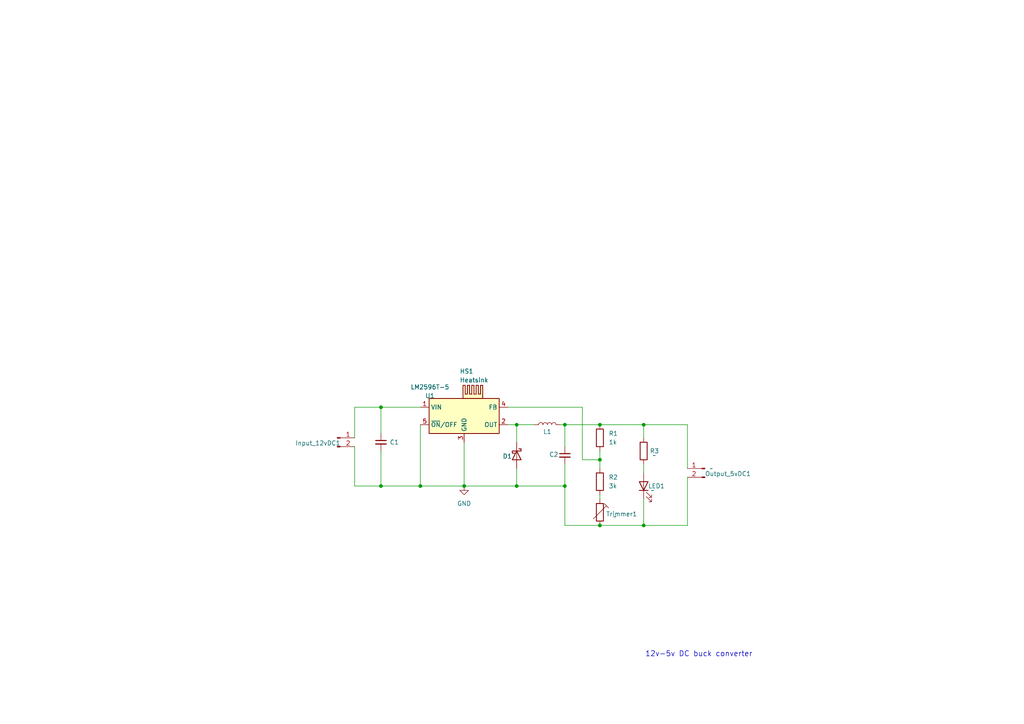
<source format=kicad_sch>
(kicad_sch (version 20250114) (generator "eeschema") (generator_version "9.0")
  (paper "A4")
  (lib_symbols
    (symbol "Connector:Conn_01x02_Pin" (pin_names (offset 1.016) (hide yes))
      (property "Reference" "J" (at 0 2.54 0))
      (property "Value" "Conn_01x02_Pin" (at 0 -5.08 0))
      (symbol "Conn_01x02_Pin_1_1"
        (rectangle (start 0.8636 0.127) (end 0 -0.127) (stroke (width 0.1524)) (fill (type outline)))
        (rectangle (start 0.8636 -2.413) (end 0 -2.667) (stroke (width 0.1524)) (fill (type outline)))
        (polyline (pts (xy 1.27 0) (xy 0.8636 0)) (stroke (width 0.1524)))
        (polyline (pts (xy 1.27 -2.54) (xy 0.8636 -2.54)) (stroke (width 0.1524)))
        (pin passive line (at 5.08 0 180) (length 3.81) (name "Pin_1") (number "1"))
        (pin passive line (at 5.08 -2.54 180) (length 3.81) (name "Pin_2") (number "2"))
      )
    )
    (symbol "Device:C_Small" (pin_numbers (hide yes)) (pin_names (offset 0.254) (hide yes))
      (property "Reference" "C" (at 0.254 1.778 0))
      (property "Value" "C_Small" (at 0.254 -2.032 0))
      (symbol "C_Small_0_1"
        (polyline (pts (xy -1.524 0.508) (xy 1.524 0.508)) (stroke (width 0.3048)))
        (polyline (pts (xy -1.524 -0.508) (xy 1.524 -0.508)) (stroke (width 0.3302)))
      )
      (symbol "C_Small_1_1"
        (pin passive line (at 0 2.54 270) (length 2.032) (name "~") (number "1"))
        (pin passive line (at 0 -2.54 90) (length 2.032) (name "~") (number "2"))
      )
    )
    (symbol "Device:L" (pin_numbers (hide yes)) (pin_names (offset 1.016) (hide yes))
      (property "Reference" "L" (at -1.27 0 90))
      (property "Value" "L" (at 1.905 0 90))
      (symbol "L_0_1"
        (arc (start 0 2.54) (mid 0.6323 1.905) (end 0 1.27))
        (arc (start 0 1.27) (mid 0.6323 0.635) (end 0 0))
        (arc (start 0 0) (mid 0.6323 -0.635) (end 0 -1.27))
        (arc (start 0 -1.27) (mid 0.6323 -1.905) (end 0 -2.54))
      )
      (symbol "L_1_1"
        (pin passive line (at 0 3.81 270) (length 1.27) (name "1") (number "1"))
        (pin passive line (at 0 -3.81 90) (length 1.27) (name "2") (number "2"))
      )
    )
    (symbol "Device:LED" (pin_numbers (hide yes)) (pin_names (offset 1.016) (hide yes))
      (property "Reference" "D" (at 0 2.54 0))
      (property "Value" "LED" (at 0 -2.54 0))
      (symbol "LED_0_1"
        (polyline (pts (xy -3.048 -0.762) (xy -4.572 -2.286) (xy -3.81 -2.286) (xy -4.572 -2.286) (xy -4.572 -1.524)))
        (polyline (pts (xy -1.778 -0.762) (xy -3.302 -2.286) (xy -2.54 -2.286) (xy -3.302 -2.286) (xy -3.302 -1.524)))
        (polyline (pts (xy -1.27 0) (xy 1.27 0)))
        (polyline (pts (xy -1.27 -1.27) (xy -1.27 1.27)) (stroke (width 0.254)))
        (polyline (pts (xy 1.27 -1.27) (xy 1.27 1.27) (xy -1.27 0) (xy 1.27 -1.27)) (stroke (width 0.254)))
      )
      (symbol "LED_1_1"
        (pin passive line (at -3.81 0 0) (length 2.54) (name "K") (number "1"))
        (pin passive line (at 3.81 0 180) (length 2.54) (name "A") (number "2"))
      )
    )
    (symbol "Device:R" (pin_numbers (hide yes)) (pin_names (offset 0))
      (property "Reference" "R" (at 2.032 0 90))
      (property "Value" "R" (at 0 0 90))
      (symbol "R_0_1"
        (rectangle (start -1.016 -2.54) (end 1.016 2.54) (stroke (width 0.254)))
      )
      (symbol "R_1_1"
        (pin passive line (at 0 3.81 270) (length 1.27) (name "~") (number "1"))
        (pin passive line (at 0 -3.81 90) (length 1.27) (name "~") (number "2"))
      )
    )
    (symbol "Device:R_Trim" (pin_numbers (hide yes)) (pin_names (offset 0))
      (property "Reference" "R" (at 2.54 -2.54 90))
      (property "Value" "R_Trim" (at -2.54 -0.635 90))
      (symbol "R_Trim_0_1"
        (polyline (pts (xy -1.905 -1.905) (xy 1.905 1.905) (xy 2.54 1.27) (xy 1.27 2.54)))
        (rectangle (start -1.016 -2.54) (end 1.016 2.54) (stroke (width 0.254)))
      )
      (symbol "R_Trim_1_1"
        (pin passive line (at 0 3.81 270) (length 1.27) (name "~") (number "1"))
        (pin passive line (at 0 -3.81 90) (length 1.27) (name "~") (number "2"))
      )
    )
    (symbol "Diode:SB120" (pin_numbers (hide yes)) (pin_names (offset 1.016) (hide yes))
      (property "Reference" "D" (at 0 2.54 0))
      (property "Value" "SB120" (at 0 -2.54 0))
      (symbol "SB120_0_1"
        (polyline (pts (xy -1.905 0.635) (xy -1.905 1.27) (xy -1.27 1.27) (xy -1.27 -1.27) (xy -0.635 -1.27) (xy -0.635 -0.635)) (stroke (width 0.254)))
        (polyline (pts (xy 1.27 1.27) (xy 1.27 -1.27) (xy -1.27 0) (xy 1.27 1.27)) (stroke (width 0.254)))
        (polyline (pts (xy 1.27 0) (xy -1.27 0)))
      )
      (symbol "SB120_1_1"
        (pin passive line (at -3.81 0 0) (length 2.54) (name "K") (number "1"))
        (pin passive line (at 3.81 0 180) (length 2.54) (name "A") (number "2"))
      )
    )
    (symbol "Mechanical:Heatsink" (pin_names (offset 1.016))
      (property "Reference" "HS" (at 0 5.08 0))
      (property "Value" "Heatsink" (at 0 -1.27 0))
      (symbol "Heatsink_0_1"
        (polyline (pts (xy -0.3302 1.27) (xy -0.9652 1.27) (xy -0.9652 3.81) (xy -1.6002 3.81) (xy -1.6002 1.27) (xy -2.2352 1.27) (xy -2.2352 3.81) (xy -2.8702 3.81) (xy -2.8702 0) (xy -0.9652 0)) (stroke (width 0.254)) (fill (type background)))
        (polyline (pts (xy -0.3302 1.27) (xy -0.3302 3.81) (xy 0.3048 3.81) (xy 0.3048 1.27) (xy 0.9398 1.27) (xy 0.9398 3.81) (xy 1.5748 3.81) (xy 1.5748 1.27) (xy 2.2098 1.27) (xy 2.2098 3.81) (xy 2.8448 3.81) (xy 2.8448 0) (xy -0.9652 0)) (stroke (width 0.254)) (fill (type background)))
      )
    )
    (symbol "Regulator_Switching:LM2596T-5"
      (property "Reference" "U" (at -10.16 6.35 0))
      (property "Value" "LM2596T-5" (at 0 6.35 0))
      (symbol "LM2596T-5_0_1"
        (rectangle (start -10.16 5.08) (end 10.16 -5.08) (stroke (width 0.254)) (fill (type background)))
      )
      (symbol "LM2596T-5_1_1"
        (pin power_in line (at -12.7 2.54 0) (length 2.54) (name "VIN") (number "1"))
        (pin input line (at -12.7 -2.54 0) (length 2.54) (name "~{ON}/OFF") (number "5"))
        (pin power_in line (at 0 -7.62 90) (length 2.54) (name "GND") (number "3"))
        (pin input line (at 12.7 2.54 180) (length 2.54) (name "FB") (number "4"))
        (pin output line (at 12.7 -2.54 180) (length 2.54) (name "OUT") (number "2"))
      )
    )
    (symbol "power:GND" (power) (pin_numbers (hide yes)) (pin_names (offset 0) (hide yes))
      (property "Value" "GND" (at 0 -3.81 0))
      (symbol "GND_0_1"
        (polyline (pts (xy 0 0) (xy 0 -1.27) (xy 1.27 -1.27) (xy 0 -2.54) (xy -1.27 -1.27) (xy 0 -1.27)))
      )
      (symbol "GND_1_1"
        (pin power_in line (at 0 0 270) (length 0) (name "~") (number "1"))
      )
    )
  )
  (text "12v-5v DC buck converter\n\n" (at 202.692 191.008 0) (effects (font (size 1.524 1.524))))
  (junction (at 186.69 152.4))
  (junction (at 163.83 140.97))
  (junction (at 163.83 123.19))
  (junction (at 173.99 123.19))
  (junction (at 110.49 140.97))
  (junction (at 134.62 140.97))
  (junction (at 121.92 140.97))
  (junction (at 173.99 133.35))
  (junction (at 186.69 123.19))
  (junction (at 173.99 152.4))
  (junction (at 110.49 118.11))
  (junction (at 149.86 140.97))
  (junction (at 149.86 123.19))
  (wire (pts (xy 110.49 130.81) (xy 110.49 140.97)))
  (wire (pts (xy 163.83 152.4) (xy 173.99 152.4)))
  (wire (pts (xy 162.56 123.19) (xy 163.83 123.19)))
  (wire (pts (xy 173.99 133.35) (xy 168.91 133.35)))
  (wire (pts (xy 199.39 138.43) (xy 199.39 152.4)))
  (wire (pts (xy 199.39 123.19) (xy 199.39 135.89)))
  (wire (pts (xy 134.62 140.97) (xy 149.86 140.97)))
  (wire (pts (xy 149.86 123.19) (xy 154.94 123.19)))
  (wire (pts (xy 199.39 152.4) (xy 186.69 152.4)))
  (wire (pts (xy 134.62 140.97) (xy 134.62 128.27)))
  (wire (pts (xy 163.83 152.4) (xy 163.83 140.97)))
  (wire (pts (xy 121.92 140.97) (xy 134.62 140.97)))
  (wire (pts (xy 149.86 128.27) (xy 149.86 123.19)))
  (wire (pts (xy 173.99 152.4) (xy 186.69 152.4)))
  (wire (pts (xy 121.92 123.19) (xy 121.92 140.97)))
  (wire (pts (xy 186.69 123.19) (xy 186.69 127)))
  (wire (pts (xy 102.87 127) (xy 102.87 118.11)))
  (wire (pts (xy 186.69 123.19) (xy 199.39 123.19)))
  (wire (pts (xy 102.87 118.11) (xy 110.49 118.11)))
  (wire (pts (xy 110.49 118.11) (xy 121.92 118.11)))
  (wire (pts (xy 163.83 123.19) (xy 173.99 123.19)))
  (wire (pts (xy 173.99 130.81) (xy 173.99 133.35)))
  (wire (pts (xy 168.91 118.11) (xy 147.32 118.11)))
  (wire (pts (xy 173.99 133.35) (xy 173.99 135.89)))
  (wire (pts (xy 173.99 123.19) (xy 186.69 123.19)))
  (wire (pts (xy 163.83 129.54) (xy 163.83 123.19)))
  (wire (pts (xy 110.49 140.97) (xy 121.92 140.97)))
  (wire (pts (xy 149.86 135.89) (xy 149.86 140.97)))
  (wire (pts (xy 186.69 134.62) (xy 186.69 137.16)))
  (wire (pts (xy 173.99 143.51) (xy 173.99 144.78)))
  (wire (pts (xy 110.49 118.11) (xy 110.49 125.73)))
  (wire (pts (xy 102.87 129.54) (xy 102.87 140.97)))
  (wire (pts (xy 102.87 140.97) (xy 110.49 140.97)))
  (wire (pts (xy 186.69 144.78) (xy 186.69 152.4)))
  (wire (pts (xy 149.86 140.97) (xy 163.83 140.97)))
  (wire (pts (xy 163.83 134.62) (xy 163.83 140.97)))
  (wire (pts (xy 168.91 133.35) (xy 168.91 118.11)))
  (wire (pts (xy 147.32 123.19) (xy 149.86 123.19)))
  (symbol (lib_id "Device:R") (at 173.99 127 0) (unit 1)
    (property "Reference" "R1" (at 176.53 125.7299 0) (effects (justify left)))
    (property "Value" "1k" (at 176.53 128.2699 0) (effects (justify left)))
    (property "Footprint" "Resistor_THT:R_Axial_DIN0207_L6.3mm_D2.5mm_P10.16mm_Horizontal" (effects (hide yes)))
    (property "Description" "Resistor" (effects (hide yes)))
  )
  (symbol (lib_id "Mechanical:Heatsink") (at 137.16 115.57 0) (unit 1)
    (property "Reference" "HS1" (at 133.35 107.696 0) (effects (justify left)))
    (property "Value" "Heatsink" (at 133.35 110.236 0) (effects (justify left)))
    (property "Footprint" "Heatsink:Heatsink_TO220" (effects (hide yes)))
    (property "Description" "Heatsink" (effects (hide yes)))
  )
  (symbol (lib_id "Device:LED") (at 186.69 140.97 90) (unit 1)
    (property "Reference" "LED1" (at 187.96 140.97 90) (effects (justify right)))
    (property "Value" "~" (at 188.722 142.24 90) (effects (justify right)))
    (property "Footprint" "LED_THT:LED_D3.0mm" (effects (hide yes)))
    (property "Description" "Light emitting diode" (effects (hide yes)))
    (property "Sim.Pins" "1=K 2=A" (effects (hide yes)))
  )
  (symbol (lib_id "Device:R") (at 186.69 130.81 0) (unit 1)
    (property "Reference" "R3" (at 188.468 130.81 0) (effects (justify left)))
    (property "Value" "~" (at 189.23 132.0799 0) (effects (justify left)))
    (property "Footprint" "Resistor_THT:R_Axial_DIN0207_L6.3mm_D2.5mm_P7.62mm_Horizontal" (effects (hide yes)))
    (property "Description" "Resistor" (effects (hide yes)))
  )
  (symbol (lib_id "Device:C_Small") (at 110.49 128.27 0) (unit 1)
    (property "Reference" "C1" (at 113.03 128.27 0) (effects (justify left)))
    (property "Footprint" "Capacitor_THT:CP_Radial_D7.5mm_P2.50mm" (effects (hide yes)))
    (property "Description" "Unpolarized capacitor, small symbol" (effects (hide yes)))
  )
  (symbol (lib_id "Connector:Conn_01x02_Pin") (at 204.47 135.89 0) (mirror y) (unit 1)
    (property "Reference" "Output_5vDC1" (at 204.47 137.414 0) (effects (justify right)))
    (property "Value" "~" (at 205.74 135.8901 0) (effects (justify right)))
    (property "Footprint" "TerminalBlock_Phoenix:TerminalBlock_Phoenix_MPT-0,5-2-2.54_1x02_P2.54mm_Horizontal" (effects (hide yes)))
    (property "Description" "Generic connector, single row, 01x02, script generated" (effects (hide yes)))
  )
  (symbol (lib_id "Regulator_Switching:LM2596T-5") (at 134.62 120.65 0) (unit 1)
    (property "Reference" "U1" (at 124.714 114.808 0))
    (property "Value" "LM2596T-5" (at 124.714 112.268 0))
    (property "Footprint" "Package_TO_SOT_THT:TO-220-5_P3.4x3.7mm_StaggerOdd_Lead3.8mm_Vertical" (effects (hide yes)))
    (property "Datasheet" "http://www.ti.com/lit/ds/symlink/lm2596.pdf" (effects (hide yes)))
    (property "Description" "5V 3A 150kHz Step-Down Voltage Regulator, TO-220" (effects (hide yes)))
  )
  (symbol (lib_id "Device:L") (at 158.75 123.19 90) (unit 1)
    (property "Reference" "L1" (at 158.75 125.222 90))
    (property "Value" "68uH" (effects (hide yes)))
    (property "Footprint" "Inductor_SMD_Wurth:L_Wurth_WE-LQSH-4020" (effects (hide yes)))
    (property "Description" "Inductor" (effects (hide yes)))
  )
  (symbol (lib_id "Diode:SB120") (at 149.86 132.08 270) (unit 1)
    (property "Reference" "D1" (at 145.796 132.334 90) (effects (justify left)))
    (property "Footprint" "Diode_THT:D_DO-41_SOD81_P10.16mm_Horizontal" (effects (hide yes)))
    (property "Datasheet" "http://www.diodes.com/_files/datasheets/ds23022.pdf" (effects (hide yes)))
    (property "Description" "20V 1A Schottky Barrier Rectifier Diode, DO-41" (effects (hide yes)))
  )
  (symbol (lib_id "power:GND") (at 134.62 140.97 0) (unit 1)
    (property "Reference" "#PWR01" (effects (hide yes)))
    (property "Value" "GND" (at 134.62 146.05 0))
    (property "Description" "Power symbol creates a global label with name \"GND\" , ground" (effects (hide yes)))
  )
  (symbol (lib_id "Device:R") (at 173.99 139.7 0) (unit 1)
    (property "Reference" "R2" (at 176.53 138.4299 0) (effects (justify left)))
    (property "Value" "3k" (at 176.53 140.9699 0) (effects (justify left)))
    (property "Footprint" "Resistor_THT:R_Axial_DIN0207_L6.3mm_D2.5mm_P10.16mm_Horizontal" (effects (hide yes)))
    (property "Description" "Resistor" (effects (hide yes)))
  )
  (symbol (lib_id "Device:R_Trim") (at 173.99 148.59 0) (unit 1)
    (property "Reference" "Trimmer1" (at 175.768 149.098 0) (effects (justify left)))
    (property "Value" "~" (at 177.8 149.8599 0) (effects (justify left)))
    (property "Footprint" "Potentiometer_THT:Potentiometer_Bourns_3296W_Vertical" (effects (hide yes)))
    (property "Description" "Trimmable resistor (preset resistor)" (effects (hide yes)))
  )
  (symbol (lib_id "Connector:Conn_01x02_Pin") (at 97.79 127 0) (unit 1)
    (property "Reference" "Input_12vDC1" (at 92.202 128.524 0))
    (property "Footprint" "TerminalBlock_Phoenix:TerminalBlock_Phoenix_MPT-0,5-2-2.54_1x02_P2.54mm_Horizontal" (effects (hide yes)))
    (property "Description" "Generic connector, single row, 01x02, script generated" (effects (hide yes)))
  )
  (symbol (lib_id "Device:C_Small") (at 163.83 132.08 0) (unit 1)
    (property "Reference" "C2" (at 159.258 131.826 0) (effects (justify left)))
    (property "Footprint" "Capacitor_THT:CP_Radial_D5.0mm_P2.50mm" (effects (hide yes)))
    (property "Description" "Unpolarized capacitor, small symbol" (effects (hide yes)))
  )
)
</source>
